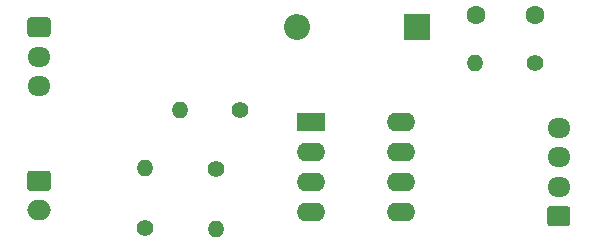
<source format=gbr>
%TF.GenerationSoftware,KiCad,Pcbnew,5.1.10-88a1d61d58~90~ubuntu20.04.1*%
%TF.CreationDate,2022-03-31T22:16:58+01:00*%
%TF.ProjectId,piezo_amplifier,7069657a-6f5f-4616-9d70-6c6966696572,rev?*%
%TF.SameCoordinates,Original*%
%TF.FileFunction,Copper,L1,Top*%
%TF.FilePolarity,Positive*%
%FSLAX46Y46*%
G04 Gerber Fmt 4.6, Leading zero omitted, Abs format (unit mm)*
G04 Created by KiCad (PCBNEW 5.1.10-88a1d61d58~90~ubuntu20.04.1) date 2022-03-31 22:16:58*
%MOMM*%
%LPD*%
G01*
G04 APERTURE LIST*
%TA.AperFunction,ComponentPad*%
%ADD10C,1.400000*%
%TD*%
%TA.AperFunction,ComponentPad*%
%ADD11O,1.400000X1.400000*%
%TD*%
%TA.AperFunction,ComponentPad*%
%ADD12C,1.600000*%
%TD*%
%TA.AperFunction,ComponentPad*%
%ADD13R,2.200000X2.200000*%
%TD*%
%TA.AperFunction,ComponentPad*%
%ADD14O,2.200000X2.200000*%
%TD*%
%TA.AperFunction,ComponentPad*%
%ADD15O,2.000000X1.700000*%
%TD*%
%TA.AperFunction,ComponentPad*%
%ADD16O,1.950000X1.700000*%
%TD*%
%TA.AperFunction,ComponentPad*%
%ADD17R,2.400000X1.600000*%
%TD*%
%TA.AperFunction,ComponentPad*%
%ADD18O,2.400000X1.600000*%
%TD*%
G04 APERTURE END LIST*
D10*
%TO.P,R3,1*%
%TO.N,Net-(D1-Pad2)*%
X97000000Y-117000000D03*
D11*
%TO.P,R3,2*%
%TO.N,Net-(R3-Pad2)*%
X91920000Y-117000000D03*
%TD*%
D12*
%TO.P,C1,1*%
%TO.N,GND*%
X122000000Y-109000000D03*
%TO.P,C1,2*%
%TO.N,Net-(C1-Pad2)*%
X117000000Y-109000000D03*
%TD*%
D13*
%TO.P,D1,1*%
%TO.N,Net-(C1-Pad2)*%
X112000000Y-110000000D03*
D14*
%TO.P,D1,2*%
%TO.N,Net-(D1-Pad2)*%
X101840000Y-110000000D03*
%TD*%
%TO.P,J1,1*%
%TO.N,Net-(J1-Pad1)*%
%TA.AperFunction,ComponentPad*%
G36*
G01*
X79250000Y-122150000D02*
X80750000Y-122150000D01*
G75*
G02*
X81000000Y-122400000I0J-250000D01*
G01*
X81000000Y-123600000D01*
G75*
G02*
X80750000Y-123850000I-250000J0D01*
G01*
X79250000Y-123850000D01*
G75*
G02*
X79000000Y-123600000I0J250000D01*
G01*
X79000000Y-122400000D01*
G75*
G02*
X79250000Y-122150000I250000J0D01*
G01*
G37*
%TD.AperFunction*%
D15*
%TO.P,J1,2*%
%TO.N,GND*%
X80000000Y-125500000D03*
%TD*%
%TO.P,J2,1*%
%TO.N,Net-(J2-Pad1)*%
%TA.AperFunction,ComponentPad*%
G36*
G01*
X124725000Y-126850000D02*
X123275000Y-126850000D01*
G75*
G02*
X123025000Y-126600000I0J250000D01*
G01*
X123025000Y-125400000D01*
G75*
G02*
X123275000Y-125150000I250000J0D01*
G01*
X124725000Y-125150000D01*
G75*
G02*
X124975000Y-125400000I0J-250000D01*
G01*
X124975000Y-126600000D01*
G75*
G02*
X124725000Y-126850000I-250000J0D01*
G01*
G37*
%TD.AperFunction*%
D16*
%TO.P,J2,2*%
%TO.N,Net-(J2-Pad2)*%
X124000000Y-123500000D03*
%TO.P,J2,3*%
%TO.N,+5V*%
X124000000Y-121000000D03*
%TO.P,J2,4*%
%TO.N,GND*%
X124000000Y-118500000D03*
%TD*%
D11*
%TO.P,R1,2*%
%TO.N,Net-(J1-Pad1)*%
X89000000Y-121920000D03*
D10*
%TO.P,R1,1*%
%TO.N,GND*%
X89000000Y-127000000D03*
%TD*%
%TO.P,R2,1*%
%TO.N,Net-(R2-Pad1)*%
X95000000Y-122000000D03*
D11*
%TO.P,R2,2*%
%TO.N,GND*%
X95000000Y-127080000D03*
%TD*%
%TO.P,R4,2*%
%TO.N,Net-(C1-Pad2)*%
X116920000Y-113000000D03*
D10*
%TO.P,R4,1*%
%TO.N,GND*%
X122000000Y-113000000D03*
%TD*%
%TO.P,RV1,1*%
%TO.N,Net-(R2-Pad1)*%
%TA.AperFunction,ComponentPad*%
G36*
G01*
X79275000Y-109150000D02*
X80725000Y-109150000D01*
G75*
G02*
X80975000Y-109400000I0J-250000D01*
G01*
X80975000Y-110600000D01*
G75*
G02*
X80725000Y-110850000I-250000J0D01*
G01*
X79275000Y-110850000D01*
G75*
G02*
X79025000Y-110600000I0J250000D01*
G01*
X79025000Y-109400000D01*
G75*
G02*
X79275000Y-109150000I250000J0D01*
G01*
G37*
%TD.AperFunction*%
D16*
%TO.P,RV1,2*%
%TO.N,Net-(R3-Pad2)*%
X80000000Y-112500000D03*
%TO.P,RV1,3*%
%TO.N,Net-(RV1-Pad3)*%
X80000000Y-115000000D03*
%TD*%
D17*
%TO.P,U1,1*%
%TO.N,Net-(D1-Pad2)*%
X103000000Y-118000000D03*
D18*
%TO.P,U1,5*%
%TO.N,Net-(C1-Pad2)*%
X110620000Y-125620000D03*
%TO.P,U1,2*%
%TO.N,Net-(R2-Pad1)*%
X103000000Y-120540000D03*
%TO.P,U1,6*%
%TO.N,Net-(J2-Pad2)*%
X110620000Y-123080000D03*
%TO.P,U1,3*%
%TO.N,Net-(J1-Pad1)*%
X103000000Y-123080000D03*
%TO.P,U1,7*%
%TO.N,Net-(J2-Pad2)*%
X110620000Y-120540000D03*
%TO.P,U1,4*%
%TO.N,GND*%
X103000000Y-125620000D03*
%TO.P,U1,8*%
%TO.N,+5V*%
X110620000Y-118000000D03*
%TD*%
M02*

</source>
